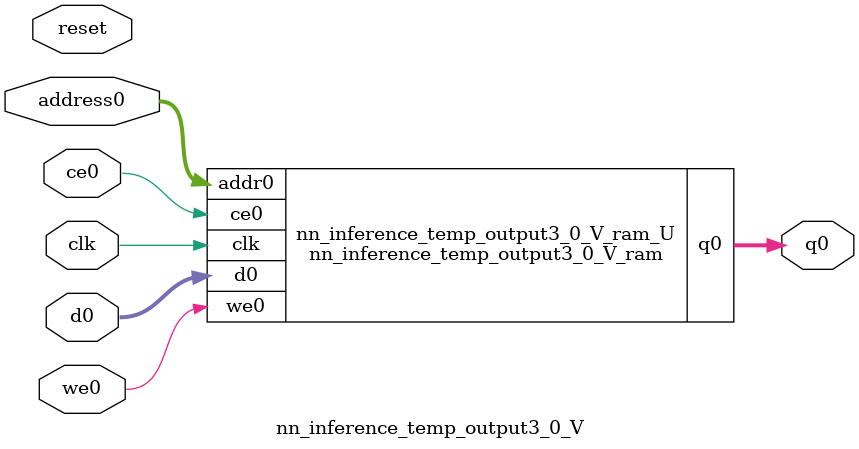
<source format=v>
`timescale 1 ns / 1 ps
module nn_inference_temp_output3_0_V_ram (addr0, ce0, d0, we0, q0,  clk);

parameter DWIDTH = 32;
parameter AWIDTH = 3;
parameter MEM_SIZE = 5;

input[AWIDTH-1:0] addr0;
input ce0;
input[DWIDTH-1:0] d0;
input we0;
output reg[DWIDTH-1:0] q0;
input clk;

reg [DWIDTH-1:0] ram[0:MEM_SIZE-1];




always @(posedge clk)  
begin 
    if (ce0) begin
        if (we0) 
            ram[addr0] <= d0; 
        q0 <= ram[addr0];
    end
end


endmodule

`timescale 1 ns / 1 ps
module nn_inference_temp_output3_0_V(
    reset,
    clk,
    address0,
    ce0,
    we0,
    d0,
    q0);

parameter DataWidth = 32'd32;
parameter AddressRange = 32'd5;
parameter AddressWidth = 32'd3;
input reset;
input clk;
input[AddressWidth - 1:0] address0;
input ce0;
input we0;
input[DataWidth - 1:0] d0;
output[DataWidth - 1:0] q0;



nn_inference_temp_output3_0_V_ram nn_inference_temp_output3_0_V_ram_U(
    .clk( clk ),
    .addr0( address0 ),
    .ce0( ce0 ),
    .we0( we0 ),
    .d0( d0 ),
    .q0( q0 ));

endmodule


</source>
